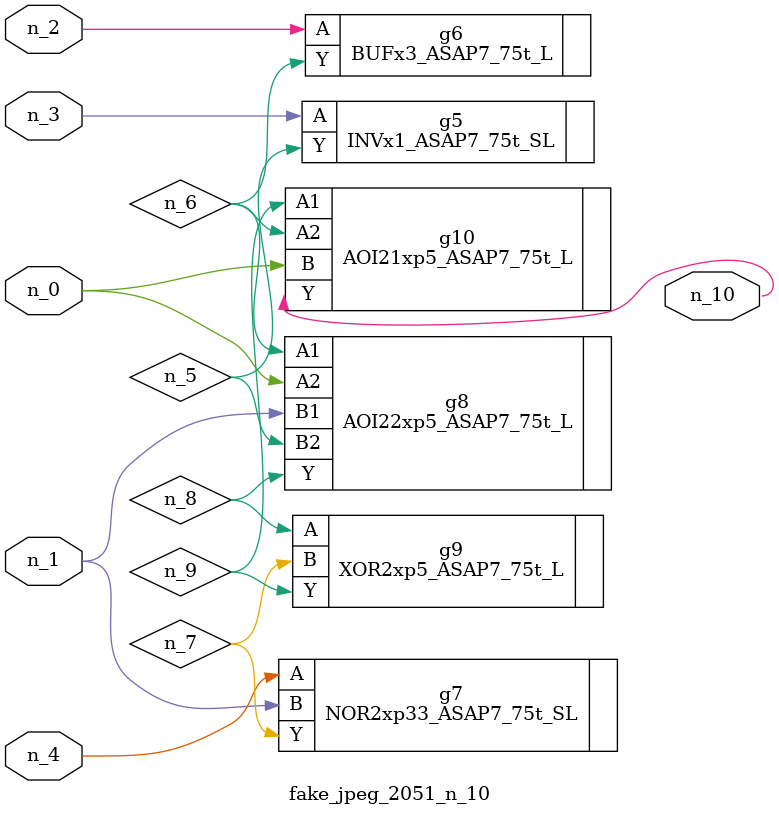
<source format=v>
module fake_jpeg_2051_n_10 (n_3, n_2, n_1, n_0, n_4, n_10);

input n_3;
input n_2;
input n_1;
input n_0;
input n_4;

output n_10;

wire n_8;
wire n_9;
wire n_6;
wire n_5;
wire n_7;

INVx1_ASAP7_75t_SL g5 ( 
.A(n_3),
.Y(n_5)
);

BUFx3_ASAP7_75t_L g6 ( 
.A(n_2),
.Y(n_6)
);

NOR2xp33_ASAP7_75t_SL g7 ( 
.A(n_4),
.B(n_1),
.Y(n_7)
);

AOI22xp5_ASAP7_75t_L g8 ( 
.A1(n_6),
.A2(n_0),
.B1(n_1),
.B2(n_5),
.Y(n_8)
);

XOR2xp5_ASAP7_75t_L g9 ( 
.A(n_8),
.B(n_7),
.Y(n_9)
);

AOI21xp5_ASAP7_75t_L g10 ( 
.A1(n_9),
.A2(n_6),
.B(n_0),
.Y(n_10)
);


endmodule
</source>
